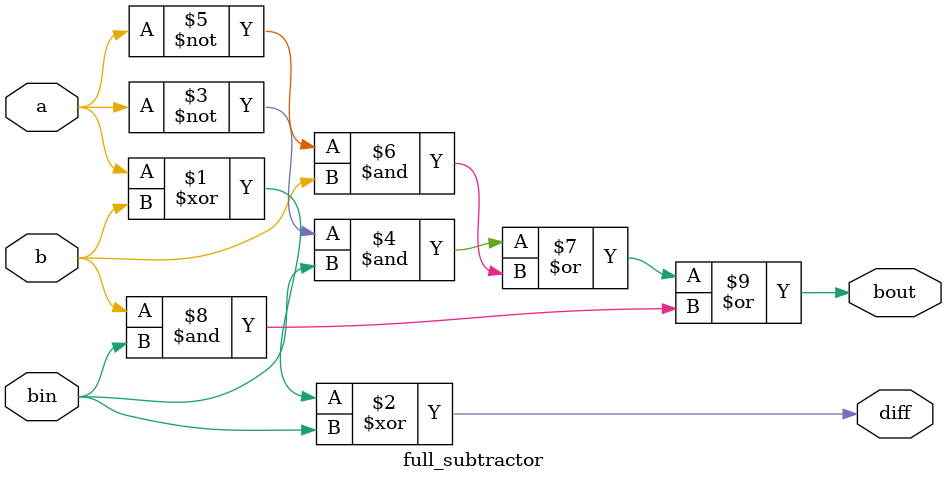
<source format=v>
module full_subtractor(input a, b, bin, output diff, bout);
  assign diff = a ^ b ^ bin;
  assign bout = (~a & bin) | (~a & b) | (b & bin);
endmodule


</source>
